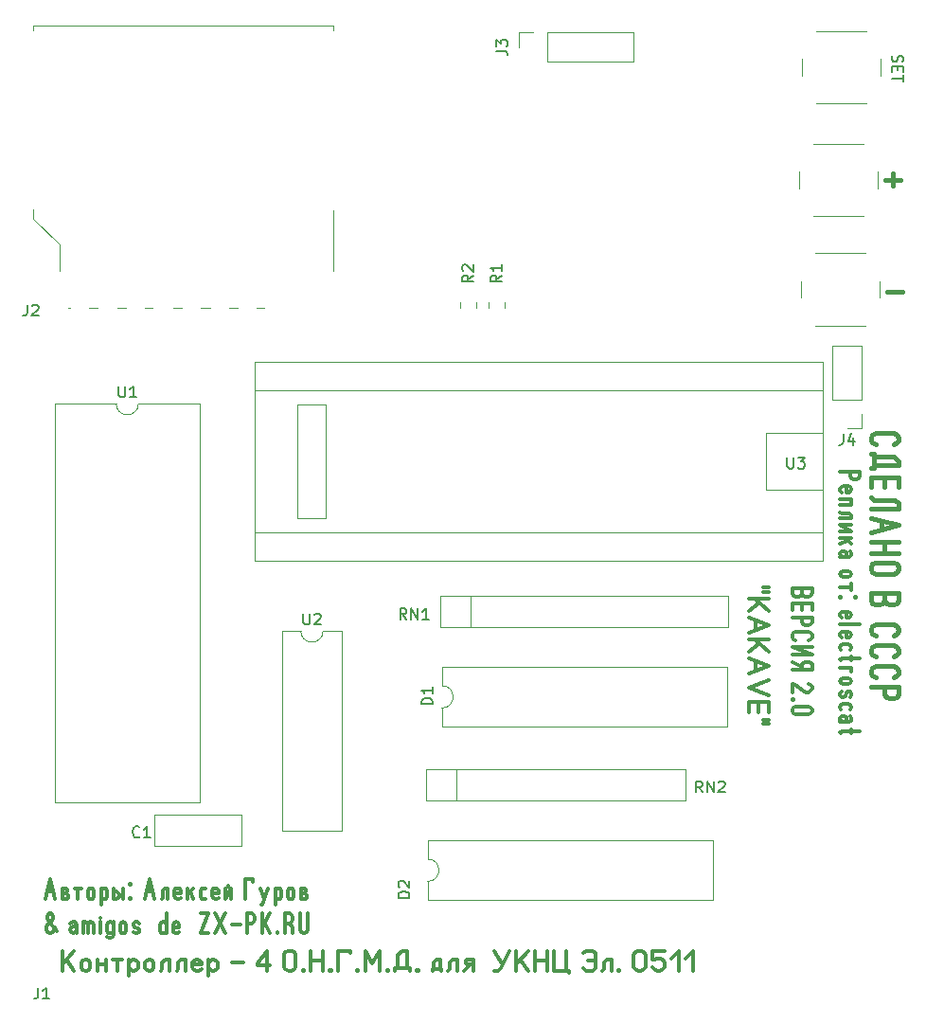
<source format=gto>
%FSLAX34Y34*%
%MOMM*%
%LNSILK_TOP*%
G71*
G01*
%ADD10C, 0.120*%
%ADD11C, 0.150*%
%ADD12C, 0.318*%
%ADD13C, 0.444*%
%ADD14C, 0.397*%
%LPD*%
G54D10*
X216150Y657475D02*
X724150Y657475D01*
X724150Y479675D01*
X216150Y479675D01*
X216150Y657475D01*
G54D10*
X724150Y593975D02*
X673350Y593975D01*
X673350Y543175D01*
X724150Y543175D01*
G54D10*
X724150Y632075D02*
X216150Y632075D01*
G54D10*
X724150Y505075D02*
X216150Y505075D01*
G54D10*
X279650Y517775D02*
X279650Y619375D01*
X254250Y619375D01*
X254250Y517775D01*
X279650Y517775D01*
G54D10*
X203650Y252075D02*
X203650Y224675D01*
X126250Y224675D01*
X126250Y252075D01*
X203650Y252075D01*
G54D10*
G75*
G01X383190Y347755D02*
G03X383190Y367755I0J10000D01*
G01*
G54D10*
X383190Y347755D02*
X383190Y331255D01*
X638390Y331255D01*
X638390Y384255D01*
X383190Y384255D01*
X383190Y367755D01*
G54D10*
X370490Y192815D02*
X370490Y176315D01*
X625690Y176315D01*
X625690Y229315D01*
X370490Y229315D01*
X370490Y212815D01*
G54D10*
G75*
G01X370490Y192815D02*
G03X370490Y212815I0J10000D01*
G01*
G54D10*
X286350Y953825D02*
X286350Y958025D01*
X17950Y958025D01*
X17950Y953825D01*
G54D10*
X286350Y738825D02*
X286350Y792625D01*
G54D10*
X40950Y738825D02*
X40950Y761825D01*
X17950Y784825D01*
X17950Y793125D01*
G54D10*
X224650Y705625D02*
X217650Y705625D01*
G54D10*
X200650Y705625D02*
X192650Y705625D01*
G54D10*
X175650Y705625D02*
X167650Y705625D01*
G54D10*
X50650Y705625D02*
X48650Y705625D01*
G54D10*
X150650Y705625D02*
X142650Y705625D01*
G54D10*
X124650Y705625D02*
X117650Y705625D01*
G54D10*
X100650Y705625D02*
X92650Y705625D01*
G54D10*
X75650Y705625D02*
X67650Y705625D01*
G54D10*
X477691Y951763D02*
X554491Y951763D01*
X554491Y925163D01*
X477691Y925163D01*
X477691Y951763D01*
G54D10*
X451691Y938463D02*
X451691Y951763D01*
X464991Y951763D01*
G54D10*
X732132Y623620D02*
X758732Y623620D01*
X758732Y671845D01*
X732132Y671845D01*
X732132Y623620D01*
G54D10*
X758732Y610920D02*
X758732Y597620D01*
X745432Y597620D01*
G54D10*
X424950Y710861D02*
X424950Y705689D01*
G54D10*
X439150Y710861D02*
X439150Y705689D01*
G54D10*
X413750Y710861D02*
X413750Y705689D01*
G54D10*
X399550Y710861D02*
X399550Y705689D01*
G54D10*
X639490Y447955D02*
X382090Y447955D01*
X382090Y419955D01*
X639490Y419955D01*
X639490Y447955D01*
G54D10*
X409190Y447955D02*
X409190Y419955D01*
G54D10*
X601390Y293015D02*
X369390Y293015D01*
X369390Y265015D01*
X601390Y265015D01*
X601390Y293015D01*
G54D10*
X396490Y293015D02*
X396490Y265015D01*
G54D10*
X762569Y952981D02*
X717569Y952981D01*
G54D10*
X775069Y912981D02*
X775069Y927981D01*
G54D10*
X717569Y887981D02*
X762569Y887981D01*
G54D10*
X705069Y927981D02*
X705069Y912981D01*
G54D10*
X704275Y729544D02*
X704275Y714544D01*
G54D10*
X716775Y689544D02*
X761775Y689544D01*
G54D10*
X774275Y714544D02*
X774275Y729544D01*
G54D10*
X761775Y754544D02*
X716775Y754544D01*
G54D10*
X760188Y852175D02*
X715188Y852175D01*
G54D10*
X772688Y812175D02*
X772688Y827175D01*
G54D10*
X715188Y787175D02*
X760188Y787175D01*
G54D10*
X702688Y827175D02*
X702688Y812175D01*
G54D10*
G75*
G01X91850Y619975D02*
G03X111850Y619975I10000J0D01*
G01*
G54D10*
X91850Y619975D02*
X37250Y619975D01*
X37250Y263175D01*
X166450Y263175D01*
X166450Y619975D01*
X111850Y619975D01*
G54D10*
G75*
G01X256950Y416775D02*
G03X276950Y416775I10000J0D01*
G01*
G54D10*
X256950Y416775D02*
X240450Y416775D01*
X240450Y237775D01*
X293450Y237775D01*
X293450Y416775D01*
X276950Y416775D01*
G54D11*
X691931Y571851D02*
X691931Y563756D01*
X692407Y562804D01*
X692883Y562327D01*
X693836Y561851D01*
X695740Y561851D01*
X696693Y562327D01*
X697169Y562804D01*
X697645Y563756D01*
X697645Y571851D01*
G54D11*
X701455Y571851D02*
X707645Y571851D01*
X704312Y568042D01*
X705740Y568042D01*
X706693Y567565D01*
X707169Y567089D01*
X707645Y566137D01*
X707645Y563756D01*
X707169Y562804D01*
X706693Y562327D01*
X705740Y561851D01*
X702883Y561851D01*
X701931Y562327D01*
X701455Y562804D01*
G54D11*
X22007Y97906D02*
X22007Y90763D01*
X21531Y89334D01*
X20578Y88382D01*
X19150Y87906D01*
X18198Y87906D01*
G54D11*
X32007Y87906D02*
X26293Y87906D01*
G54D11*
X29150Y87906D02*
X29150Y97906D01*
X28198Y96477D01*
X27245Y95525D01*
X26293Y95049D01*
G54D11*
X112803Y233003D02*
X112327Y232527D01*
X110899Y232051D01*
X109946Y232051D01*
X108518Y232527D01*
X107565Y233480D01*
X107089Y234432D01*
X106613Y236337D01*
X106613Y237765D01*
X107089Y239670D01*
X107565Y240623D01*
X108518Y241575D01*
X109946Y242051D01*
X110899Y242051D01*
X112327Y241575D01*
X112803Y241099D01*
G54D11*
X122327Y232051D02*
X116613Y232051D01*
G54D11*
X119470Y232051D02*
X119470Y242051D01*
X118518Y240623D01*
X117565Y239670D01*
X116613Y239194D01*
G54D11*
X374854Y353575D02*
X374854Y351194D01*
X364854Y351194D01*
X364854Y353575D01*
X365330Y355004D01*
X366282Y355956D01*
X367235Y356432D01*
X369140Y356908D01*
X370568Y356908D01*
X372473Y356432D01*
X373425Y355956D01*
X374378Y355004D01*
X374854Y353575D01*
G54D11*
X374854Y366432D02*
X374854Y360718D01*
G54D11*
X374854Y363575D02*
X364854Y363575D01*
X366282Y362623D01*
X367235Y361670D01*
X367711Y360718D01*
G54D11*
X354154Y180475D02*
X354154Y178094D01*
X344154Y178094D01*
X344154Y180475D01*
X344630Y181904D01*
X345582Y182856D01*
X346535Y183332D01*
X348440Y183808D01*
X349868Y183808D01*
X351773Y183332D01*
X352725Y182856D01*
X353678Y181904D01*
X354154Y180475D01*
G54D11*
X345106Y187618D02*
X344630Y188094D01*
X344154Y189046D01*
X344154Y191427D01*
X344630Y192380D01*
X345106Y192856D01*
X346059Y193332D01*
X347011Y193332D01*
X348440Y192856D01*
X354154Y187142D01*
X354154Y193332D01*
G54D11*
X12317Y708251D02*
X12317Y701108D01*
X11840Y699680D01*
X10888Y698727D01*
X9460Y698251D01*
X8507Y698251D01*
G54D11*
X16602Y707299D02*
X17079Y707775D01*
X18031Y708251D01*
X20412Y708251D01*
X21364Y707775D01*
X21840Y707299D01*
X22317Y706346D01*
X22317Y705394D01*
X21840Y703965D01*
X16126Y698251D01*
X22317Y698251D01*
G54D11*
X431814Y935129D02*
X438957Y935129D01*
X440386Y934653D01*
X441338Y933701D01*
X441814Y932272D01*
X441814Y931320D01*
G54D11*
X431814Y938939D02*
X431814Y945129D01*
X435624Y941796D01*
X435624Y943224D01*
X436100Y944177D01*
X436576Y944653D01*
X437529Y945129D01*
X439910Y945129D01*
X440862Y944653D01*
X441338Y944177D01*
X441814Y943224D01*
X441814Y940367D01*
X441338Y939415D01*
X440862Y938939D01*
G54D11*
X742099Y593096D02*
X742099Y585953D01*
X741623Y584525D01*
X740670Y583572D01*
X739242Y583096D01*
X738290Y583096D01*
G54D11*
X751147Y589763D02*
X751147Y583096D01*
G54D11*
X748766Y593572D02*
X746385Y586429D01*
X752575Y586429D01*
G54D11*
X436574Y734548D02*
X431812Y731215D01*
G54D11*
X436574Y728834D02*
X426574Y728834D01*
X426574Y732644D01*
X427050Y733596D01*
X427526Y734072D01*
X428479Y734548D01*
X429907Y734548D01*
X430860Y734072D01*
X431336Y733596D01*
X431812Y732644D01*
X431812Y728834D01*
G54D11*
X436574Y744072D02*
X436574Y738358D01*
G54D11*
X436574Y741215D02*
X426574Y741215D01*
X428002Y740263D01*
X428955Y739310D01*
X429431Y738358D01*
G54D11*
X411174Y734548D02*
X406412Y731215D01*
G54D11*
X411174Y728834D02*
X401174Y728834D01*
X401174Y732644D01*
X401650Y733596D01*
X402126Y734072D01*
X403079Y734548D01*
X404507Y734548D01*
X405460Y734072D01*
X405936Y733596D01*
X406412Y732644D01*
X406412Y728834D01*
G54D11*
X402126Y738358D02*
X401650Y738834D01*
X401174Y739786D01*
X401174Y742167D01*
X401650Y743120D01*
X402126Y743596D01*
X403079Y744072D01*
X404031Y744072D01*
X405460Y743596D01*
X411174Y737882D01*
X411174Y744072D01*
G54D11*
X351485Y426891D02*
X348152Y431653D01*
G54D11*
X345771Y426891D02*
X345771Y436891D01*
X349580Y436891D01*
X350533Y436415D01*
X351009Y435939D01*
X351485Y434987D01*
X351485Y433558D01*
X351009Y432605D01*
X350533Y432129D01*
X349580Y431653D01*
X345771Y431653D01*
G54D11*
X355771Y426891D02*
X355771Y436891D01*
X361485Y426891D01*
X361485Y436891D01*
G54D11*
X371485Y426891D02*
X365771Y426891D01*
G54D11*
X368628Y426891D02*
X368628Y436891D01*
X367676Y435463D01*
X366723Y434510D01*
X365771Y434034D01*
G54D11*
X616185Y272451D02*
X612852Y277213D01*
G54D11*
X610471Y272451D02*
X610471Y282451D01*
X614280Y282451D01*
X615233Y281975D01*
X615709Y281499D01*
X616185Y280546D01*
X616185Y279118D01*
X615709Y278165D01*
X615233Y277689D01*
X614280Y277213D01*
X610471Y277213D01*
G54D11*
X620471Y272451D02*
X620471Y282451D01*
X626185Y272451D01*
X626185Y282451D01*
G54D11*
X630471Y281499D02*
X630947Y281975D01*
X631900Y282451D01*
X634280Y282451D01*
X635233Y281975D01*
X635709Y281499D01*
X636185Y280546D01*
X636185Y279594D01*
X635709Y278165D01*
X629995Y272451D01*
X636185Y272451D01*
G54D11*
X786172Y930974D02*
X785695Y929545D01*
X785695Y927164D01*
X786172Y926212D01*
X786648Y925736D01*
X787600Y925259D01*
X788553Y925259D01*
X789505Y925736D01*
X789981Y926212D01*
X790457Y927164D01*
X790934Y929069D01*
X791410Y930021D01*
X791886Y930498D01*
X792838Y930974D01*
X793791Y930974D01*
X794743Y930498D01*
X795219Y930021D01*
X795695Y929069D01*
X795695Y926688D01*
X795219Y925259D01*
G54D11*
X790934Y920974D02*
X790934Y917640D01*
G54D11*
X785695Y916212D02*
X785695Y920974D01*
X795695Y920974D01*
X795695Y916212D01*
G54D11*
X795695Y913355D02*
X795695Y907640D01*
G54D11*
X785695Y910498D02*
X795695Y910498D01*
G54D11*
X94231Y635451D02*
X94231Y627356D01*
X94707Y626404D01*
X95183Y625927D01*
X96136Y625451D01*
X98040Y625451D01*
X98993Y625927D01*
X99469Y626404D01*
X99945Y627356D01*
X99945Y635451D01*
G54D11*
X109945Y625451D02*
X104231Y625451D01*
G54D11*
X107088Y625451D02*
X107088Y635451D01*
X106136Y634023D01*
X105183Y633070D01*
X104231Y632594D01*
G54D11*
X259331Y432251D02*
X259331Y424156D01*
X259807Y423204D01*
X260283Y422727D01*
X261236Y422251D01*
X263140Y422251D01*
X264093Y422727D01*
X264569Y423204D01*
X265045Y424156D01*
X265045Y432251D01*
G54D11*
X269331Y431299D02*
X269807Y431775D01*
X270760Y432251D01*
X273140Y432251D01*
X274093Y431775D01*
X274569Y431299D01*
X275045Y430346D01*
X275045Y429394D01*
X274569Y427965D01*
X268855Y422251D01*
X275045Y422251D01*
G54D12*
X43800Y113000D02*
X43800Y130778D01*
G54D12*
X43800Y118556D02*
X54467Y130778D01*
G54D12*
X47800Y121889D02*
X54467Y113000D01*
G54D12*
X68689Y115667D02*
X68689Y120111D01*
X67356Y122333D01*
X64689Y123000D01*
X62022Y122333D01*
X60689Y120111D01*
X60689Y115667D01*
X62022Y113444D01*
X64689Y113000D01*
X67356Y113444D01*
X68689Y115667D01*
G54D12*
X74911Y113000D02*
X74911Y123000D01*
G54D12*
X74911Y118556D02*
X82911Y118556D01*
G54D12*
X82911Y113000D02*
X82911Y123000D01*
G54D12*
X89133Y123000D02*
X97133Y123000D01*
G54D12*
X93133Y113000D02*
X93133Y123000D01*
G54D12*
X103355Y123000D02*
X103355Y108556D01*
G54D12*
X103355Y116333D02*
X104688Y113444D01*
X107355Y113000D01*
X110022Y113444D01*
X111355Y115667D01*
X111355Y120111D01*
X110022Y122333D01*
X107355Y123000D01*
X104688Y122333D01*
X103355Y119667D01*
G54D12*
X125577Y115667D02*
X125577Y120111D01*
X124244Y122333D01*
X121577Y123000D01*
X118910Y122333D01*
X117577Y120111D01*
X117577Y115667D01*
X118910Y113444D01*
X121577Y113000D01*
X124244Y113444D01*
X125577Y115667D01*
G54D12*
X131799Y113000D02*
X133132Y114111D01*
X133132Y120778D01*
X135799Y123000D01*
X139799Y123000D01*
X139799Y113000D01*
G54D12*
X146021Y113000D02*
X147354Y114111D01*
X147354Y120778D01*
X150021Y123000D01*
X154021Y123000D01*
X154021Y113000D01*
G54D12*
X168243Y114111D02*
X166110Y113000D01*
X163443Y113000D01*
X160776Y114111D01*
X160243Y116333D01*
X160243Y120111D01*
X161576Y122333D01*
X164243Y123000D01*
X166910Y122333D01*
X168243Y120778D01*
X168243Y118556D01*
X160243Y118556D01*
G54D12*
X174465Y123000D02*
X174465Y108556D01*
G54D12*
X174465Y116333D02*
X175798Y113444D01*
X178465Y113000D01*
X181132Y113444D01*
X182465Y115667D01*
X182465Y120111D01*
X181132Y122333D01*
X178465Y123000D01*
X175798Y122333D01*
X174465Y119667D01*
G54D12*
X195176Y120778D02*
X205843Y120778D01*
G54D12*
X226554Y113000D02*
X226554Y130778D01*
X218554Y119667D01*
X218554Y117444D01*
X229221Y117444D01*
G54D12*
X252599Y127444D02*
X252599Y116333D01*
X251265Y114111D01*
X248599Y113000D01*
X245932Y113000D01*
X243265Y114111D01*
X241932Y116333D01*
X241932Y127444D01*
X243265Y129667D01*
X245932Y130778D01*
X248599Y130778D01*
X251265Y129667D01*
X252599Y127444D01*
G54D12*
X259888Y113000D02*
X258821Y113000D01*
X258821Y113889D01*
X259888Y113889D01*
X259888Y113000D01*
X258821Y113000D01*
G54D12*
X266110Y113000D02*
X266110Y130778D01*
G54D12*
X276777Y113000D02*
X276777Y130778D01*
G54D12*
X266110Y121889D02*
X276777Y121889D01*
G54D12*
X284066Y113000D02*
X282999Y113000D01*
X282999Y113889D01*
X284066Y113889D01*
X284066Y113000D01*
X282999Y113000D01*
G54D12*
X290288Y113000D02*
X290288Y130778D01*
X300955Y130778D01*
X300955Y128556D01*
G54D12*
X308244Y113000D02*
X307177Y113000D01*
X307177Y113889D01*
X308244Y113889D01*
X308244Y113000D01*
X307177Y113000D01*
G54D12*
X314466Y113000D02*
X314466Y130778D01*
X321133Y119667D01*
X327799Y130778D01*
X327799Y113000D01*
G54D12*
X335088Y113000D02*
X334021Y113000D01*
X334021Y113889D01*
X335088Y113889D01*
X335088Y113000D01*
X334021Y113000D01*
G54D12*
X341310Y113000D02*
X341310Y115222D01*
X354643Y115222D01*
X354643Y113000D01*
G54D12*
X343977Y115222D02*
X343977Y127444D01*
X347977Y130778D01*
X351977Y130778D01*
X351977Y115222D01*
G54D12*
X361932Y113000D02*
X360865Y113000D01*
X360865Y113889D01*
X361932Y113889D01*
X361932Y113000D01*
X360865Y113000D01*
G54D12*
X374643Y113000D02*
X374643Y114111D01*
X382643Y114111D01*
X382643Y113000D01*
G54D12*
X375976Y114111D02*
X375976Y120778D01*
X378643Y123000D01*
X381310Y123000D01*
X381310Y114111D01*
G54D12*
X388865Y113000D02*
X390198Y114111D01*
X390198Y120778D01*
X392865Y123000D01*
X396865Y123000D01*
X396865Y113000D01*
G54D12*
X403087Y113000D02*
X408420Y118556D01*
X411087Y118556D01*
X405754Y118556D01*
X404420Y119667D01*
X404420Y121889D01*
X405754Y123000D01*
X411087Y123000D01*
X411087Y113000D01*
G54D12*
X430287Y113000D02*
X432954Y113000D01*
X435620Y115222D01*
X443620Y130778D01*
G54D12*
X430287Y130778D02*
X436954Y119667D01*
G54D12*
X449842Y113000D02*
X449842Y130778D01*
G54D12*
X449842Y118556D02*
X460509Y130778D01*
G54D12*
X453842Y121889D02*
X460509Y113000D01*
G54D12*
X466731Y113000D02*
X466731Y130778D01*
G54D12*
X477398Y113000D02*
X477398Y130778D01*
G54D12*
X466731Y121889D02*
X477398Y121889D01*
G54D12*
X483620Y130778D02*
X483620Y113000D01*
X496953Y113000D01*
X496953Y110778D01*
G54D12*
X494287Y130778D02*
X494287Y113000D01*
G54D12*
X509664Y128556D02*
X512331Y130778D01*
X517664Y130778D01*
X520331Y128556D01*
X520331Y115222D01*
X517664Y113000D01*
X512331Y113000D01*
X509664Y115222D01*
G54D12*
X513664Y121889D02*
X520331Y121889D01*
G54D12*
X526553Y113000D02*
X527886Y114111D01*
X527886Y120778D01*
X530553Y123000D01*
X534553Y123000D01*
X534553Y113000D01*
G54D12*
X541842Y113000D02*
X540775Y113000D01*
X540775Y113889D01*
X541842Y113889D01*
X541842Y113000D01*
X540775Y113000D01*
G54D12*
X565220Y127444D02*
X565220Y116333D01*
X563886Y114111D01*
X561220Y113000D01*
X558553Y113000D01*
X555886Y114111D01*
X554553Y116333D01*
X554553Y127444D01*
X555886Y129667D01*
X558553Y130778D01*
X561220Y130778D01*
X563886Y129667D01*
X565220Y127444D01*
G54D12*
X582109Y130778D02*
X571442Y130778D01*
X571442Y123000D01*
X572775Y123000D01*
X575442Y124111D01*
X578109Y124111D01*
X580775Y123000D01*
X582109Y120778D01*
X582109Y116333D01*
X580775Y114111D01*
X578109Y113000D01*
X575442Y113000D01*
X572775Y114111D01*
X571442Y116333D01*
G54D12*
X588331Y124111D02*
X594998Y130778D01*
X594998Y113000D01*
G54D12*
X601220Y124111D02*
X607887Y130778D01*
X607887Y113000D01*
G54D12*
X675099Y455699D02*
X670654Y455699D01*
G54D12*
X675099Y451699D02*
X670654Y451699D01*
G54D12*
X657321Y445477D02*
X675099Y445477D01*
G54D12*
X662877Y445477D02*
X675099Y434810D01*
G54D12*
X666210Y441477D02*
X657321Y434810D01*
G54D12*
X657321Y428588D02*
X675099Y421921D01*
X657321Y415255D01*
G54D12*
X663988Y425921D02*
X663988Y417921D01*
G54D12*
X657321Y409033D02*
X675099Y409033D01*
G54D12*
X662877Y409033D02*
X675099Y398366D01*
G54D12*
X666210Y405033D02*
X657321Y398366D01*
G54D12*
X657321Y392144D02*
X675099Y385477D01*
X657321Y378811D01*
G54D12*
X663988Y389477D02*
X663988Y381477D01*
G54D12*
X675099Y372589D02*
X657321Y365922D01*
X675099Y359256D01*
G54D12*
X657321Y343701D02*
X657321Y353034D01*
X675099Y353034D01*
X675099Y343701D01*
G54D12*
X666210Y353034D02*
X666210Y343701D01*
G54D12*
X675099Y337479D02*
X670654Y337479D01*
G54D12*
X675099Y333479D02*
X670654Y333479D01*
G54D12*
X28522Y176836D02*
X32967Y194614D01*
X37411Y176836D01*
G54D12*
X30300Y183503D02*
X35633Y183503D01*
G54D12*
X43633Y176836D02*
X43633Y186836D01*
X47189Y186836D01*
X48078Y185725D01*
X48078Y183503D01*
X47189Y182392D01*
X43633Y182392D01*
G54D12*
X47189Y182392D02*
X48967Y180170D01*
X48967Y177948D01*
X48078Y176836D01*
X43633Y176836D01*
G54D12*
X55188Y186836D02*
X60522Y186836D01*
G54D12*
X57855Y176836D02*
X57855Y186836D01*
G54D12*
X72077Y179503D02*
X72077Y183948D01*
X71188Y186170D01*
X69410Y186836D01*
X67632Y186170D01*
X66743Y183948D01*
X66743Y179503D01*
X67632Y177281D01*
X69410Y176836D01*
X71188Y177281D01*
X72077Y179503D01*
G54D12*
X78298Y186836D02*
X78298Y172392D01*
G54D12*
X78298Y180170D02*
X79187Y177281D01*
X80965Y176836D01*
X82743Y177281D01*
X83632Y179503D01*
X83632Y183948D01*
X82743Y186170D01*
X80965Y186836D01*
X79187Y186170D01*
X78298Y183503D01*
G54D12*
X89853Y186836D02*
X89853Y176836D01*
X92520Y176836D01*
X94298Y179059D01*
X94298Y181281D01*
X92520Y183503D01*
X89853Y183503D01*
G54D12*
X97853Y186836D02*
X97853Y176836D01*
G54D12*
X104075Y176836D02*
X104786Y176836D01*
X104786Y177725D01*
X104075Y177725D01*
X104075Y176836D01*
G54D12*
X104786Y190170D02*
X104075Y190170D01*
X104075Y191059D01*
X104786Y191059D01*
X104786Y190170D01*
G54D12*
X117408Y176836D02*
X121853Y194614D01*
X126297Y176836D01*
G54D12*
X119186Y183503D02*
X124519Y183503D01*
G54D12*
X132519Y176836D02*
X133408Y177948D01*
X133408Y184614D01*
X135186Y186836D01*
X137853Y186836D01*
X137853Y176836D01*
G54D12*
X149408Y177948D02*
X147985Y176836D01*
X146208Y176836D01*
X144430Y177948D01*
X144074Y180170D01*
X144074Y183948D01*
X144963Y186170D01*
X146741Y186836D01*
X148519Y186170D01*
X149408Y184614D01*
X149408Y182392D01*
X144074Y182392D01*
G54D12*
X155629Y176836D02*
X155629Y186836D01*
G54D12*
X158296Y183503D02*
X160963Y176836D01*
G54D12*
X155629Y181281D02*
X160963Y186836D01*
G54D12*
X171629Y186170D02*
X169851Y186836D01*
X168073Y186170D01*
X167184Y183948D01*
X167184Y179503D01*
X168073Y177281D01*
X169851Y176836D01*
X171629Y177281D01*
G54D12*
X183184Y177948D02*
X181761Y176836D01*
X179984Y176836D01*
X178206Y177948D01*
X177850Y180170D01*
X177850Y183948D01*
X178739Y186170D01*
X180517Y186836D01*
X182295Y186170D01*
X183184Y184614D01*
X183184Y182392D01*
X177850Y182392D01*
G54D12*
X189405Y186836D02*
X189405Y176836D01*
X194739Y186836D01*
X194739Y176836D01*
G54D12*
X192072Y187948D02*
X192072Y189059D01*
G54D12*
X207360Y176836D02*
X207360Y194614D01*
X214471Y194614D01*
X214471Y192392D01*
G54D12*
X220693Y186836D02*
X224249Y176836D01*
X227804Y186836D01*
G54D12*
X224249Y176836D02*
X223360Y173503D01*
X222471Y172392D01*
X221582Y172392D01*
G54D12*
X234026Y186836D02*
X234026Y172392D01*
G54D12*
X234026Y180170D02*
X234915Y177281D01*
X236693Y176836D01*
X238471Y177281D01*
X239360Y179503D01*
X239360Y183948D01*
X238471Y186170D01*
X236693Y186836D01*
X234915Y186170D01*
X234026Y183503D01*
G54D12*
X250915Y179503D02*
X250915Y183948D01*
X250026Y186170D01*
X248248Y186836D01*
X246470Y186170D01*
X245581Y183948D01*
X245581Y179503D01*
X246470Y177281D01*
X248248Y176836D01*
X250026Y177281D01*
X250915Y179503D01*
G54D12*
X257136Y176836D02*
X257136Y186836D01*
X260692Y186836D01*
X261581Y185725D01*
X261581Y183503D01*
X260692Y182392D01*
X257136Y182392D01*
G54D12*
X260692Y182392D02*
X262470Y180170D01*
X262470Y177948D01*
X261581Y176836D01*
X257136Y176836D01*
G54D12*
X739334Y559372D02*
X757112Y559372D01*
X757112Y554928D01*
X756001Y553150D01*
X753779Y552261D01*
X751557Y552261D01*
X749334Y553150D01*
X748223Y554928D01*
X748223Y559372D01*
G54D12*
X740446Y540706D02*
X739334Y542128D01*
X739334Y543906D01*
X740446Y545684D01*
X742668Y546039D01*
X746446Y546039D01*
X748668Y545151D01*
X749334Y543373D01*
X748668Y541595D01*
X747112Y540706D01*
X744890Y540706D01*
X744890Y546039D01*
G54D12*
X739334Y534484D02*
X749334Y534484D01*
X749334Y529151D01*
X739334Y529151D01*
G54D12*
X739334Y522929D02*
X740446Y522041D01*
X747112Y522041D01*
X749334Y520263D01*
X749334Y517596D01*
X739334Y517596D01*
G54D12*
X749334Y511374D02*
X739334Y511374D01*
X749334Y506041D01*
X739334Y506041D01*
G54D12*
X739334Y499819D02*
X749334Y499819D01*
G54D12*
X746001Y497153D02*
X739334Y494486D01*
G54D12*
X743779Y499819D02*
X749334Y494486D01*
G54D12*
X748223Y488264D02*
X749334Y486487D01*
X749334Y484353D01*
X747112Y482931D01*
X739334Y482931D01*
G54D12*
X742668Y482931D02*
X744890Y483820D01*
X745334Y485598D01*
X744890Y487375D01*
X742668Y488264D01*
X740446Y487909D01*
X739334Y486487D01*
X739334Y485598D01*
X739334Y485242D01*
X740446Y483820D01*
X742668Y482931D01*
G54D12*
X742001Y464976D02*
X746446Y464976D01*
X748668Y465865D01*
X749334Y467643D01*
X748668Y469421D01*
X746446Y470309D01*
X742001Y470309D01*
X739779Y469421D01*
X739334Y467643D01*
X739779Y465865D01*
X742001Y464976D01*
G54D12*
X749334Y458754D02*
X749334Y453421D01*
G54D12*
X739334Y456088D02*
X749334Y456088D01*
G54D12*
X739334Y447199D02*
X739334Y446488D01*
X740223Y446488D01*
X740223Y447199D01*
X739334Y447199D01*
G54D12*
X752668Y446488D02*
X752668Y447199D01*
X753557Y447199D01*
X753557Y446488D01*
X752668Y446488D01*
G54D12*
X740446Y428533D02*
X739334Y429955D01*
X739334Y431733D01*
X740446Y433511D01*
X742668Y433866D01*
X746446Y433866D01*
X748668Y432977D01*
X749334Y431200D01*
X748668Y429422D01*
X747112Y428533D01*
X744890Y428533D01*
X744890Y433866D01*
G54D12*
X739334Y422311D02*
X757112Y422311D01*
G54D12*
X740446Y410756D02*
X739334Y412178D01*
X739334Y413956D01*
X740446Y415734D01*
X742668Y416089D01*
X746446Y416089D01*
X748668Y415201D01*
X749334Y413423D01*
X748668Y411645D01*
X747112Y410756D01*
X744890Y410756D01*
X744890Y416089D01*
G54D12*
X748668Y400090D02*
X749334Y401868D01*
X748668Y403645D01*
X746446Y404534D01*
X742001Y404534D01*
X739779Y403645D01*
X739334Y401868D01*
X739779Y400090D01*
G54D12*
X757112Y392091D02*
X740446Y392091D01*
X739334Y391202D01*
X739779Y390313D01*
G54D12*
X749334Y393868D02*
X749334Y390313D01*
G54D12*
X739334Y384090D02*
X749334Y384090D01*
G54D12*
X747112Y384090D02*
X749334Y382313D01*
X749334Y380535D01*
G54D12*
X742001Y368979D02*
X746446Y368979D01*
X748668Y369868D01*
X749334Y371646D01*
X748668Y373423D01*
X746446Y374312D01*
X742001Y374312D01*
X739779Y373423D01*
X739334Y371646D01*
X739779Y369868D01*
X742001Y368979D01*
G54D12*
X740446Y362757D02*
X739334Y360980D01*
X739334Y359202D01*
X740446Y357424D01*
X742668Y357424D01*
X743779Y358313D01*
X744890Y361869D01*
X746001Y362757D01*
X748223Y362757D01*
X749334Y360980D01*
X749334Y359202D01*
X748223Y357424D01*
G54D12*
X748668Y346758D02*
X749334Y348536D01*
X748668Y350313D01*
X746446Y351202D01*
X742001Y351202D01*
X739779Y350313D01*
X739334Y348536D01*
X739779Y346758D01*
G54D12*
X748223Y340536D02*
X749334Y338759D01*
X749334Y336625D01*
X747112Y335203D01*
X739334Y335203D01*
G54D12*
X742668Y335203D02*
X744890Y336092D01*
X745334Y337870D01*
X744890Y339647D01*
X742668Y340536D01*
X740446Y340181D01*
X739334Y338759D01*
X739334Y337870D01*
X739334Y337514D01*
X740446Y336092D01*
X742668Y335203D01*
G54D12*
X757112Y327204D02*
X740446Y327204D01*
X739334Y326315D01*
X739779Y325426D01*
G54D12*
X749334Y328981D02*
X749334Y325426D01*
G54D12*
X696300Y454700D02*
X714078Y454700D01*
X714078Y450256D01*
X712967Y448478D01*
X710744Y447589D01*
X708522Y447589D01*
X706300Y448478D01*
X705189Y450256D01*
X704078Y448478D01*
X701856Y447589D01*
X699633Y447589D01*
X697411Y448478D01*
X696300Y450256D01*
X696300Y454700D01*
G54D12*
X705189Y454700D02*
X705189Y450256D01*
G54D12*
X696300Y435145D02*
X696300Y441367D01*
X714078Y441367D01*
X714078Y435145D01*
G54D12*
X705189Y441367D02*
X705189Y435145D01*
G54D12*
X696300Y428923D02*
X714078Y428923D01*
X714078Y424479D01*
X712967Y422701D01*
X710744Y421812D01*
X708522Y421812D01*
X706300Y422701D01*
X705189Y424479D01*
X705189Y428923D01*
G54D12*
X699633Y408479D02*
X697411Y409368D01*
X696300Y411146D01*
X696300Y412923D01*
X697411Y414701D01*
X699633Y415590D01*
X710744Y415590D01*
X712967Y414701D01*
X714078Y412923D01*
X714078Y411146D01*
X712967Y409368D01*
X710744Y408479D01*
G54D12*
X714078Y402257D02*
X696300Y402257D01*
X714078Y395146D01*
X696300Y395146D01*
G54D12*
X696300Y388924D02*
X705189Y384480D01*
X705189Y381813D01*
X705189Y387146D01*
X707411Y388924D01*
X711856Y388924D01*
X714078Y387146D01*
X714078Y381813D01*
X696300Y381813D01*
G54D12*
X696300Y362080D02*
X696300Y369191D01*
X697411Y369191D01*
X699633Y368302D01*
X706300Y362969D01*
X708522Y362080D01*
X710744Y362080D01*
X712967Y362969D01*
X714078Y364747D01*
X714078Y366524D01*
X712967Y368302D01*
X710744Y369191D01*
G54D12*
X696300Y355147D02*
X696300Y355858D01*
X697189Y355858D01*
X697189Y355147D01*
X696300Y355147D01*
X696300Y355858D01*
G54D12*
X710744Y341814D02*
X699633Y341814D01*
X697411Y342703D01*
X696300Y344481D01*
X696300Y346258D01*
X697411Y348036D01*
X699633Y348925D01*
X710744Y348925D01*
X712967Y348036D01*
X714078Y346258D01*
X714078Y344481D01*
X712967Y342703D01*
X710744Y341814D01*
G54D13*
X771311Y583595D02*
X768200Y584840D01*
X766644Y587329D01*
X766644Y589818D01*
X768200Y592307D01*
X771311Y593551D01*
X786866Y593551D01*
X789977Y592307D01*
X791533Y589818D01*
X791533Y587329D01*
X789977Y584840D01*
X786866Y583595D01*
G54D13*
X766644Y574884D02*
X769755Y574884D01*
X769755Y562440D01*
X766644Y562440D01*
G54D13*
X769755Y572395D02*
X786866Y572395D01*
X791533Y568662D01*
X791533Y564928D01*
X769755Y564928D01*
G54D13*
X766644Y545018D02*
X766644Y553729D01*
X791533Y553729D01*
X791533Y545018D01*
G54D13*
X779088Y553729D02*
X779088Y545018D01*
G54D13*
X766644Y536307D02*
X769755Y533818D01*
X788422Y533818D01*
X791533Y531329D01*
X791533Y526351D01*
X766644Y526351D01*
G54D13*
X766644Y517640D02*
X791533Y511418D01*
X766644Y505196D01*
G54D13*
X775977Y515151D02*
X775977Y507684D01*
G54D13*
X766644Y496485D02*
X791533Y496485D01*
G54D13*
X766644Y486529D02*
X791533Y486529D01*
G54D13*
X779088Y496485D02*
X779088Y486529D01*
G54D13*
X786866Y467862D02*
X771311Y467862D01*
X768200Y469107D01*
X766644Y471596D01*
X766644Y474085D01*
X768200Y476574D01*
X771311Y477818D01*
X786866Y477818D01*
X789977Y476574D01*
X791533Y474085D01*
X791533Y471596D01*
X789977Y469107D01*
X786866Y467862D01*
G54D13*
X766644Y450191D02*
X791533Y450191D01*
X791533Y443969D01*
X789977Y441480D01*
X786866Y440235D01*
X783755Y440235D01*
X780644Y441480D01*
X779088Y443969D01*
X777533Y441480D01*
X774422Y440235D01*
X771311Y440235D01*
X768200Y441480D01*
X766644Y443969D01*
X766644Y450191D01*
G54D13*
X779088Y450191D02*
X779088Y443969D01*
G54D13*
X771311Y412608D02*
X768200Y413853D01*
X766644Y416342D01*
X766644Y418831D01*
X768200Y421320D01*
X771311Y422564D01*
X786866Y422564D01*
X789977Y421320D01*
X791533Y418831D01*
X791533Y416342D01*
X789977Y413853D01*
X786866Y412608D01*
G54D13*
X771311Y393941D02*
X768200Y395186D01*
X766644Y397675D01*
X766644Y400164D01*
X768200Y402653D01*
X771311Y403897D01*
X786866Y403897D01*
X789977Y402653D01*
X791533Y400164D01*
X791533Y397675D01*
X789977Y395186D01*
X786866Y393941D01*
G54D13*
X771311Y375274D02*
X768200Y376519D01*
X766644Y379008D01*
X766644Y381497D01*
X768200Y383986D01*
X771311Y385230D01*
X786866Y385230D01*
X789977Y383986D01*
X791533Y381497D01*
X791533Y379008D01*
X789977Y376519D01*
X786866Y375274D01*
G54D13*
X766644Y366563D02*
X791533Y366563D01*
X791533Y360341D01*
X789977Y357852D01*
X786866Y356607D01*
X783755Y356607D01*
X780644Y357852D01*
X779088Y360341D01*
X779088Y366563D01*
G54D12*
X38411Y148659D02*
X31300Y157548D01*
X30411Y159770D01*
X30411Y161992D01*
X32189Y164214D01*
X33967Y164214D01*
X35744Y161992D01*
X35744Y159770D01*
X34856Y157548D01*
X30411Y154214D01*
X29522Y151992D01*
X29522Y149770D01*
X30411Y147548D01*
X32189Y146436D01*
X33967Y146436D01*
X35744Y147548D01*
X37522Y151992D01*
G54D12*
X51033Y155325D02*
X52811Y156436D01*
X54944Y156436D01*
X56367Y154214D01*
X56367Y146436D01*
G54D12*
X56367Y149770D02*
X55478Y151992D01*
X53700Y152436D01*
X51922Y151992D01*
X51033Y149770D01*
X51389Y147548D01*
X52811Y146436D01*
X53700Y146436D01*
X54055Y146436D01*
X55478Y147548D01*
X56367Y149770D01*
G54D12*
X62588Y146436D02*
X62588Y156436D01*
G54D12*
X62588Y154659D02*
X64366Y156436D01*
X66144Y155770D01*
X67033Y154214D01*
X67033Y146436D01*
G54D12*
X67033Y154659D02*
X68810Y156436D01*
X70588Y155770D01*
X71477Y154214D01*
X71477Y146436D01*
G54D12*
X77699Y146436D02*
X77699Y156436D01*
G54D12*
X77699Y159770D02*
X77699Y159770D01*
G54D12*
X83921Y143103D02*
X85699Y141992D01*
X86943Y141992D01*
X88721Y143103D01*
X89255Y145325D01*
X89255Y156436D01*
G54D12*
X89255Y153548D02*
X88366Y155770D01*
X86588Y156436D01*
X84810Y155770D01*
X83921Y153548D01*
X83921Y149103D01*
X84810Y146881D01*
X86588Y146436D01*
X88366Y146881D01*
X89255Y149103D01*
G54D12*
X100810Y149103D02*
X100810Y153548D01*
X99921Y155770D01*
X98143Y156436D01*
X96365Y155770D01*
X95476Y153548D01*
X95476Y149103D01*
X96365Y146881D01*
X98143Y146436D01*
X99921Y146881D01*
X100810Y149103D01*
G54D12*
X107031Y147548D02*
X108809Y146436D01*
X110587Y146436D01*
X112365Y147548D01*
X112365Y149770D01*
X111476Y150881D01*
X107920Y151992D01*
X107031Y153103D01*
X107031Y155325D01*
X108809Y156436D01*
X110587Y156436D01*
X112365Y155325D01*
G54D12*
X136720Y146436D02*
X136720Y164214D01*
G54D12*
X136720Y153548D02*
X135831Y155770D01*
X134053Y156436D01*
X132275Y155770D01*
X131386Y153548D01*
X131386Y149103D01*
X132275Y146881D01*
X134053Y146436D01*
X135831Y146881D01*
X136720Y149103D01*
G54D12*
X148275Y147548D02*
X146852Y146436D01*
X145075Y146436D01*
X143297Y147548D01*
X142941Y149770D01*
X142941Y153548D01*
X143830Y155770D01*
X145608Y156436D01*
X147386Y155770D01*
X148275Y154214D01*
X148275Y151992D01*
X142941Y151992D01*
G54D12*
X167296Y164214D02*
X174407Y164214D01*
X167296Y146436D01*
X174407Y146436D01*
G54D12*
X180629Y164214D02*
X189518Y146436D01*
G54D12*
X180629Y146436D02*
X189518Y164214D01*
G54D12*
X195740Y154214D02*
X202851Y154214D01*
G54D12*
X209073Y146436D02*
X209073Y164214D01*
X213518Y164214D01*
X215295Y163103D01*
X216184Y160881D01*
X216184Y158659D01*
X215295Y156436D01*
X213518Y155325D01*
X209073Y155325D01*
G54D12*
X222406Y146436D02*
X222406Y164214D01*
G54D12*
X222406Y151992D02*
X229517Y164214D01*
G54D12*
X225073Y155325D02*
X229517Y146436D01*
G54D12*
X236450Y146436D02*
X235739Y146436D01*
X235739Y147325D01*
X236450Y147325D01*
X236450Y146436D01*
X235739Y146436D01*
G54D12*
X246228Y155325D02*
X248894Y153103D01*
X249783Y150881D01*
X249783Y146436D01*
G54D12*
X242672Y146436D02*
X242672Y164214D01*
X247117Y164214D01*
X248894Y163103D01*
X249783Y160881D01*
X249783Y158659D01*
X248894Y156436D01*
X247117Y155325D01*
X242672Y155325D01*
G54D12*
X256005Y164214D02*
X256005Y149770D01*
X256894Y147548D01*
X258672Y146436D01*
X260450Y146436D01*
X262227Y147548D01*
X263116Y149770D01*
X263116Y164214D01*
G54D14*
X780000Y820122D02*
X793333Y820122D01*
G54D14*
X786667Y825678D02*
X786667Y814567D01*
G54D14*
X781400Y720122D02*
X794733Y720122D01*
M02*

</source>
